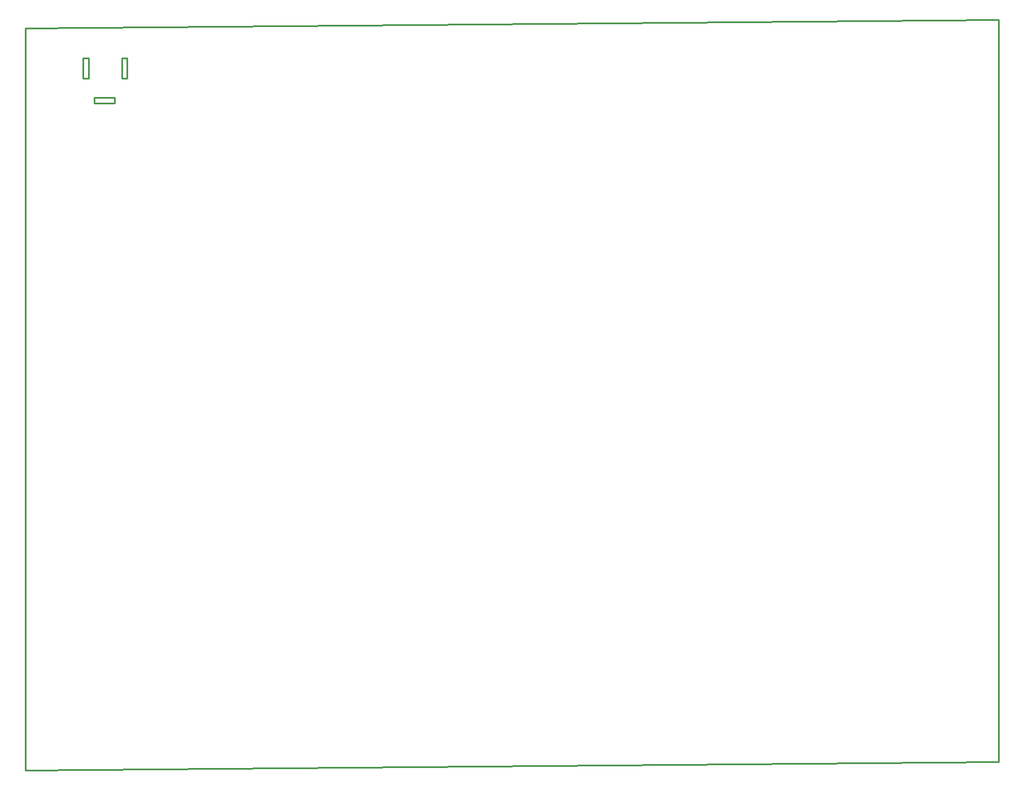
<source format=gbr>
G04 EAGLE Gerber RS-274X export*
G75*
%MOMM*%
%FSLAX34Y34*%
%LPD*%
%IN*%
%IPPOS*%
%AMOC8*
5,1,8,0,0,1.08239X$1,22.5*%
G01*
%ADD10C,0.254000*%


D10*
X0Y-114300D02*
X1460300Y-101600D01*
X1460300Y1012700D01*
X0Y1000000D01*
X0Y-114300D01*
X103700Y887800D02*
X133700Y887800D01*
X133700Y895800D01*
X103700Y895800D01*
X103700Y887800D01*
X86700Y924800D02*
X94700Y924800D01*
X94700Y954800D01*
X86700Y954800D01*
X86700Y924800D01*
X144700Y924800D02*
X152700Y924800D01*
X152700Y954800D01*
X144700Y954800D01*
X144700Y924800D01*
M02*

</source>
